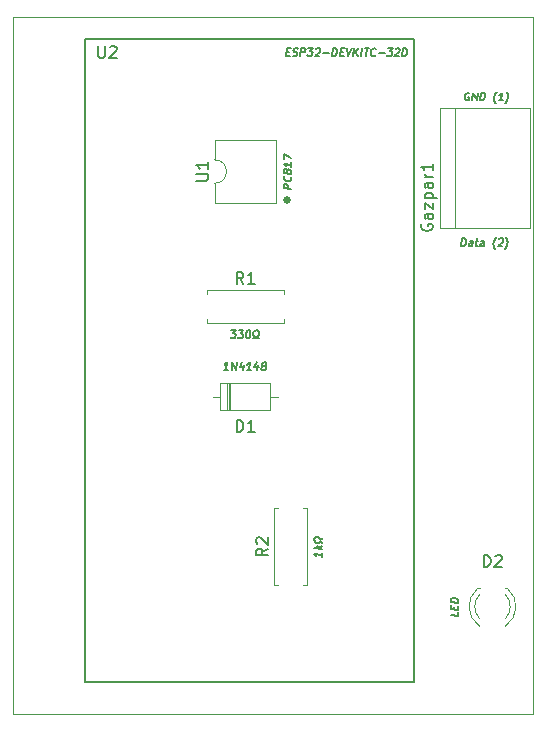
<source format=gbr>
%TF.GenerationSoftware,KiCad,Pcbnew,6.0.10+dfsg-1~bpo11+1*%
%TF.CreationDate,2023-02-14T21:12:36+00:00*%
%TF.ProjectId,Gazpar,47617a70-6172-42e6-9b69-6361645f7063,rev?*%
%TF.SameCoordinates,Original*%
%TF.FileFunction,Legend,Top*%
%TF.FilePolarity,Positive*%
%FSLAX45Y45*%
G04 Gerber Fmt 4.5, Leading zero omitted, Abs format (unit mm)*
G04 Created by KiCad (PCBNEW 6.0.10+dfsg-1~bpo11+1) date 2023-02-14 21:12:36*
%MOMM*%
%LPD*%
G01*
G04 APERTURE LIST*
%TA.AperFunction,Profile*%
%ADD10C,0.050000*%
%TD*%
%ADD11C,0.150000*%
%ADD12C,0.500000*%
%ADD13C,0.120000*%
%ADD14C,0.127000*%
%ADD15R,1.800000X1.800000*%
%ADD16C,1.800000*%
%ADD17R,1.600000X1.600000*%
%ADD18O,1.600000X1.600000*%
%ADD19R,1.560000X1.560000*%
%ADD20C,1.560000*%
%ADD21C,1.600000*%
%ADD22R,3.000000X3.000000*%
%ADD23C,3.000000*%
%ADD24C,2.900000*%
G04 APERTURE END LIST*
D10*
X15000000Y-4100000D02*
X15000000Y-10000000D01*
X15000000Y-4100000D02*
X19400000Y-4100000D01*
X19400000Y-4100000D02*
X19400000Y-10000000D01*
X15000000Y-10000000D02*
X19400000Y-10000000D01*
D11*
X18793894Y-6036405D02*
X18802019Y-5971405D01*
X18817495Y-5971405D01*
X18826394Y-5974500D01*
X18831811Y-5980690D01*
X18834132Y-5986881D01*
X18835680Y-5999262D01*
X18834519Y-6008548D01*
X18829876Y-6020928D01*
X18826007Y-6027119D01*
X18819043Y-6033309D01*
X18809370Y-6036405D01*
X18793894Y-6036405D01*
X18886751Y-6036405D02*
X18891007Y-6002357D01*
X18888686Y-5996167D01*
X18882882Y-5993071D01*
X18870501Y-5993071D01*
X18863924Y-5996167D01*
X18887138Y-6033309D02*
X18880561Y-6036405D01*
X18865084Y-6036405D01*
X18859281Y-6033309D01*
X18856959Y-6027119D01*
X18857733Y-6020928D01*
X18861602Y-6014738D01*
X18868180Y-6011643D01*
X18883656Y-6011643D01*
X18890233Y-6008548D01*
X18913834Y-5993071D02*
X18938596Y-5993071D01*
X18925828Y-5971405D02*
X18918864Y-6027119D01*
X18921186Y-6033309D01*
X18926989Y-6036405D01*
X18933180Y-6036405D01*
X18982703Y-6036405D02*
X18986959Y-6002357D01*
X18984638Y-5996167D01*
X18978834Y-5993071D01*
X18966453Y-5993071D01*
X18959876Y-5996167D01*
X18983090Y-6033309D02*
X18976513Y-6036405D01*
X18961037Y-6036405D01*
X18955233Y-6033309D01*
X18952912Y-6027119D01*
X18953686Y-6020928D01*
X18957555Y-6014738D01*
X18964132Y-6011643D01*
X18979608Y-6011643D01*
X18986186Y-6008548D01*
X19078656Y-6061167D02*
X19075947Y-6058071D01*
X19070918Y-6048786D01*
X19068596Y-6042595D01*
X19066662Y-6033309D01*
X19065501Y-6017833D01*
X19067049Y-6005452D01*
X19072078Y-5989976D01*
X19076334Y-5980690D01*
X19080203Y-5974500D01*
X19087555Y-5965214D01*
X19091037Y-5962119D01*
X19110769Y-5977595D02*
X19114251Y-5974500D01*
X19120828Y-5971405D01*
X19136305Y-5971405D01*
X19142108Y-5974500D01*
X19144817Y-5977595D01*
X19147138Y-5983786D01*
X19146364Y-5989976D01*
X19142108Y-5999262D01*
X19100322Y-6036405D01*
X19140561Y-6036405D01*
X19159132Y-6061167D02*
X19162614Y-6058071D01*
X19169965Y-6048786D01*
X19173834Y-6042595D01*
X19178090Y-6033309D01*
X19183120Y-6017833D01*
X19184668Y-6005452D01*
X19183507Y-5989976D01*
X19181572Y-5980690D01*
X19179251Y-5974500D01*
X19174221Y-5965214D01*
X19171513Y-5962119D01*
D12*
X17315500Y-5633928D02*
X17305976Y-5643452D01*
X17315500Y-5652976D01*
X17325024Y-5643452D01*
X17315500Y-5633928D01*
X17315500Y-5652976D01*
D11*
X18862013Y-4740500D02*
X18856209Y-4737405D01*
X18846924Y-4737405D01*
X18837251Y-4740500D01*
X18830287Y-4746690D01*
X18826418Y-4752881D01*
X18821775Y-4765262D01*
X18820614Y-4774548D01*
X18822162Y-4786929D01*
X18824483Y-4793119D01*
X18829900Y-4799310D01*
X18838799Y-4802405D01*
X18844989Y-4802405D01*
X18854662Y-4799310D01*
X18858144Y-4796214D01*
X18860852Y-4774548D01*
X18848471Y-4774548D01*
X18885227Y-4802405D02*
X18893352Y-4737405D01*
X18922370Y-4802405D01*
X18930495Y-4737405D01*
X18953322Y-4802405D02*
X18961447Y-4737405D01*
X18976924Y-4737405D01*
X18985822Y-4740500D01*
X18991239Y-4746690D01*
X18993561Y-4752881D01*
X18995108Y-4765262D01*
X18993947Y-4774548D01*
X18989305Y-4786929D01*
X18985436Y-4793119D01*
X18978471Y-4799310D01*
X18968799Y-4802405D01*
X18953322Y-4802405D01*
X19083322Y-4827167D02*
X19080614Y-4824071D01*
X19075584Y-4814786D01*
X19073263Y-4808595D01*
X19071328Y-4799310D01*
X19070168Y-4783833D01*
X19071715Y-4771452D01*
X19076745Y-4755976D01*
X19081001Y-4746690D01*
X19084870Y-4740500D01*
X19092221Y-4731214D01*
X19095703Y-4728119D01*
X19145227Y-4802405D02*
X19108084Y-4802405D01*
X19126656Y-4802405D02*
X19134781Y-4737405D01*
X19127430Y-4746690D01*
X19120465Y-4752881D01*
X19113888Y-4755976D01*
X19163799Y-4827167D02*
X19167281Y-4824071D01*
X19174632Y-4814786D01*
X19178501Y-4808595D01*
X19182757Y-4799310D01*
X19187787Y-4783833D01*
X19189334Y-4771452D01*
X19188174Y-4755976D01*
X19186239Y-4746690D01*
X19183918Y-4740500D01*
X19178888Y-4731214D01*
X19176180Y-4728119D01*
X18983190Y-8752738D02*
X18983190Y-8652738D01*
X19007000Y-8652738D01*
X19021286Y-8657500D01*
X19030810Y-8667024D01*
X19035571Y-8676548D01*
X19040333Y-8695595D01*
X19040333Y-8709881D01*
X19035571Y-8728929D01*
X19030810Y-8738452D01*
X19021286Y-8747976D01*
X19007000Y-8752738D01*
X18983190Y-8752738D01*
X19078429Y-8662262D02*
X19083190Y-8657500D01*
X19092714Y-8652738D01*
X19116524Y-8652738D01*
X19126048Y-8657500D01*
X19130810Y-8662262D01*
X19135571Y-8671786D01*
X19135571Y-8681310D01*
X19130810Y-8695595D01*
X19073667Y-8752738D01*
X19135571Y-8752738D01*
X18768905Y-9136439D02*
X18768905Y-9167392D01*
X18703905Y-9159267D01*
X18734857Y-9110517D02*
X18734857Y-9088850D01*
X18768905Y-9083820D02*
X18768905Y-9114773D01*
X18703905Y-9106648D01*
X18703905Y-9075695D01*
X18768905Y-9055963D02*
X18703905Y-9047838D01*
X18703905Y-9032362D01*
X18707000Y-9023463D01*
X18713190Y-9018047D01*
X18719381Y-9015725D01*
X18731762Y-9014178D01*
X18741048Y-9015338D01*
X18753429Y-9019981D01*
X18759619Y-9023850D01*
X18765810Y-9030814D01*
X18768905Y-9040487D01*
X18768905Y-9055963D01*
X16891440Y-7609238D02*
X16891440Y-7509238D01*
X16915250Y-7509238D01*
X16929536Y-7514000D01*
X16939060Y-7523524D01*
X16943821Y-7533048D01*
X16948583Y-7552095D01*
X16948583Y-7566381D01*
X16943821Y-7585428D01*
X16939060Y-7594952D01*
X16929536Y-7604476D01*
X16915250Y-7609238D01*
X16891440Y-7609238D01*
X17043821Y-7609238D02*
X16986679Y-7609238D01*
X17015250Y-7609238D02*
X17015250Y-7509238D01*
X17005726Y-7523524D01*
X16996202Y-7533048D01*
X16986679Y-7537809D01*
X16819811Y-7085405D02*
X16782668Y-7085405D01*
X16801239Y-7085405D02*
X16809364Y-7020405D01*
X16802013Y-7029690D01*
X16795049Y-7035881D01*
X16788471Y-7038976D01*
X16847668Y-7085405D02*
X16855793Y-7020405D01*
X16884811Y-7085405D01*
X16892936Y-7020405D01*
X16949037Y-7042071D02*
X16943620Y-7085405D01*
X16936656Y-7017309D02*
X16915376Y-7063738D01*
X16955614Y-7063738D01*
X17011715Y-7085405D02*
X16974572Y-7085405D01*
X16993144Y-7085405D02*
X17001269Y-7020405D01*
X16993918Y-7029690D01*
X16986953Y-7035881D01*
X16980376Y-7038976D01*
X17072846Y-7042071D02*
X17067430Y-7085405D01*
X17060465Y-7017309D02*
X17039186Y-7063738D01*
X17079424Y-7063738D01*
X17115406Y-7048262D02*
X17109602Y-7045167D01*
X17106894Y-7042071D01*
X17104572Y-7035881D01*
X17104959Y-7032786D01*
X17108828Y-7026595D01*
X17112311Y-7023500D01*
X17118888Y-7020405D01*
X17131269Y-7020405D01*
X17137072Y-7023500D01*
X17139781Y-7026595D01*
X17142102Y-7032786D01*
X17141715Y-7035881D01*
X17137846Y-7042071D01*
X17134364Y-7045167D01*
X17127787Y-7048262D01*
X17115406Y-7048262D01*
X17108828Y-7051357D01*
X17105346Y-7054452D01*
X17101477Y-7060643D01*
X17099930Y-7073024D01*
X17102251Y-7079214D01*
X17104959Y-7082309D01*
X17110763Y-7085405D01*
X17123144Y-7085405D01*
X17129721Y-7082309D01*
X17133203Y-7079214D01*
X17137072Y-7073024D01*
X17138620Y-7060643D01*
X17136299Y-7054452D01*
X17133590Y-7051357D01*
X17127787Y-7048262D01*
X15717280Y-4341717D02*
X15717280Y-4422701D01*
X15722044Y-4432228D01*
X15726808Y-4436992D01*
X15736335Y-4441756D01*
X15755390Y-4441756D01*
X15764917Y-4436992D01*
X15769681Y-4432228D01*
X15774445Y-4422701D01*
X15774445Y-4341717D01*
X15817319Y-4351244D02*
X15822082Y-4346481D01*
X15831610Y-4341717D01*
X15855429Y-4341717D01*
X15864956Y-4346481D01*
X15869720Y-4351244D01*
X15874484Y-4360772D01*
X15874484Y-4370299D01*
X15869720Y-4384591D01*
X15812555Y-4441756D01*
X15874484Y-4441756D01*
X17314436Y-4391857D02*
X17336102Y-4391857D01*
X17341132Y-4425905D02*
X17310180Y-4425905D01*
X17318305Y-4360905D01*
X17349257Y-4360905D01*
X17366281Y-4422810D02*
X17375180Y-4425905D01*
X17390656Y-4425905D01*
X17397233Y-4422810D01*
X17400715Y-4419714D01*
X17404584Y-4413524D01*
X17405358Y-4407333D01*
X17403037Y-4401143D01*
X17400328Y-4398048D01*
X17394525Y-4394952D01*
X17382531Y-4391857D01*
X17376727Y-4388762D01*
X17374019Y-4385667D01*
X17371697Y-4379476D01*
X17372471Y-4373286D01*
X17376340Y-4367095D01*
X17379822Y-4364000D01*
X17386400Y-4360905D01*
X17401876Y-4360905D01*
X17410775Y-4364000D01*
X17430894Y-4425905D02*
X17439019Y-4360905D01*
X17463781Y-4360905D01*
X17469584Y-4364000D01*
X17472293Y-4367095D01*
X17474614Y-4373286D01*
X17473453Y-4382571D01*
X17469584Y-4388762D01*
X17466102Y-4391857D01*
X17459525Y-4394952D01*
X17434763Y-4394952D01*
X17497828Y-4360905D02*
X17538067Y-4360905D01*
X17513305Y-4385667D01*
X17522590Y-4385667D01*
X17528394Y-4388762D01*
X17531102Y-4391857D01*
X17533424Y-4398048D01*
X17531489Y-4413524D01*
X17527620Y-4419714D01*
X17524138Y-4422810D01*
X17517561Y-4425905D01*
X17498989Y-4425905D01*
X17493186Y-4422810D01*
X17490477Y-4419714D01*
X17562055Y-4367095D02*
X17565537Y-4364000D01*
X17572114Y-4360905D01*
X17587590Y-4360905D01*
X17593394Y-4364000D01*
X17596102Y-4367095D01*
X17598424Y-4373286D01*
X17597650Y-4379476D01*
X17593394Y-4388762D01*
X17551608Y-4425905D01*
X17591846Y-4425905D01*
X17622799Y-4401143D02*
X17672322Y-4401143D01*
X17700180Y-4425905D02*
X17708305Y-4360905D01*
X17723781Y-4360905D01*
X17732680Y-4364000D01*
X17738096Y-4370190D01*
X17740418Y-4376381D01*
X17741965Y-4388762D01*
X17740805Y-4398048D01*
X17736162Y-4410429D01*
X17732293Y-4416619D01*
X17725328Y-4422810D01*
X17715656Y-4425905D01*
X17700180Y-4425905D01*
X17769436Y-4391857D02*
X17791102Y-4391857D01*
X17796132Y-4425905D02*
X17765180Y-4425905D01*
X17773305Y-4360905D01*
X17804257Y-4360905D01*
X17822828Y-4360905D02*
X17836370Y-4425905D01*
X17866162Y-4360905D01*
X17879703Y-4425905D02*
X17887828Y-4360905D01*
X17916846Y-4425905D02*
X17893632Y-4388762D01*
X17924971Y-4360905D02*
X17883186Y-4398048D01*
X17944703Y-4425905D02*
X17952828Y-4360905D01*
X17974495Y-4360905D02*
X18011638Y-4360905D01*
X17984942Y-4425905D02*
X17993067Y-4360905D01*
X18063096Y-4419714D02*
X18059614Y-4422810D01*
X18049942Y-4425905D01*
X18043751Y-4425905D01*
X18034852Y-4422810D01*
X18029436Y-4416619D01*
X18027114Y-4410429D01*
X18025567Y-4398048D01*
X18026727Y-4388762D01*
X18031370Y-4376381D01*
X18035239Y-4370190D01*
X18042203Y-4364000D01*
X18051876Y-4360905D01*
X18058067Y-4360905D01*
X18066965Y-4364000D01*
X18069674Y-4367095D01*
X18093275Y-4401143D02*
X18142799Y-4401143D01*
X18172590Y-4360905D02*
X18212828Y-4360905D01*
X18188067Y-4385667D01*
X18197352Y-4385667D01*
X18203156Y-4388762D01*
X18205864Y-4391857D01*
X18208186Y-4398048D01*
X18206251Y-4413524D01*
X18202382Y-4419714D01*
X18198900Y-4422810D01*
X18192322Y-4425905D01*
X18173751Y-4425905D01*
X18167947Y-4422810D01*
X18165239Y-4419714D01*
X18236817Y-4367095D02*
X18240299Y-4364000D01*
X18246876Y-4360905D01*
X18262352Y-4360905D01*
X18268156Y-4364000D01*
X18270864Y-4367095D01*
X18273186Y-4373286D01*
X18272412Y-4379476D01*
X18268156Y-4388762D01*
X18226370Y-4425905D01*
X18266608Y-4425905D01*
X18294465Y-4425905D02*
X18302590Y-4360905D01*
X18318067Y-4360905D01*
X18326965Y-4364000D01*
X18332382Y-4370190D01*
X18334703Y-4376381D01*
X18336251Y-4388762D01*
X18335090Y-4398048D01*
X18330447Y-4410429D01*
X18326578Y-4416619D01*
X18319614Y-4422810D01*
X18309942Y-4425905D01*
X18294465Y-4425905D01*
X16948583Y-6356238D02*
X16915250Y-6308619D01*
X16891440Y-6356238D02*
X16891440Y-6256238D01*
X16929536Y-6256238D01*
X16939060Y-6261000D01*
X16943821Y-6265762D01*
X16948583Y-6275286D01*
X16948583Y-6289571D01*
X16943821Y-6299095D01*
X16939060Y-6303857D01*
X16929536Y-6308619D01*
X16891440Y-6308619D01*
X17043821Y-6356238D02*
X16986679Y-6356238D01*
X17015250Y-6356238D02*
X17015250Y-6256238D01*
X17005726Y-6270524D01*
X16996202Y-6280048D01*
X16986679Y-6284809D01*
X16846507Y-6749405D02*
X16886745Y-6749405D01*
X16861983Y-6774167D01*
X16871269Y-6774167D01*
X16877072Y-6777262D01*
X16879781Y-6780357D01*
X16882102Y-6786548D01*
X16880168Y-6802024D01*
X16876299Y-6808214D01*
X16872817Y-6811309D01*
X16866239Y-6814405D01*
X16847668Y-6814405D01*
X16841864Y-6811309D01*
X16839156Y-6808214D01*
X16908412Y-6749405D02*
X16948650Y-6749405D01*
X16923888Y-6774167D01*
X16933174Y-6774167D01*
X16938977Y-6777262D01*
X16941686Y-6780357D01*
X16944007Y-6786548D01*
X16942072Y-6802024D01*
X16938203Y-6808214D01*
X16934721Y-6811309D01*
X16928144Y-6814405D01*
X16909572Y-6814405D01*
X16903769Y-6811309D01*
X16901061Y-6808214D01*
X16988888Y-6749405D02*
X16995078Y-6749405D01*
X17000882Y-6752500D01*
X17003590Y-6755595D01*
X17005912Y-6761786D01*
X17007459Y-6774167D01*
X17005525Y-6789643D01*
X17000882Y-6802024D01*
X16997013Y-6808214D01*
X16993531Y-6811309D01*
X16986953Y-6814405D01*
X16980763Y-6814405D01*
X16974959Y-6811309D01*
X16972251Y-6808214D01*
X16969930Y-6802024D01*
X16968382Y-6789643D01*
X16970317Y-6774167D01*
X16974959Y-6761786D01*
X16978828Y-6755595D01*
X16982311Y-6752500D01*
X16988888Y-6749405D01*
X17027192Y-6814405D02*
X17042668Y-6814405D01*
X17044215Y-6802024D01*
X17038412Y-6798928D01*
X17032995Y-6792738D01*
X17031061Y-6783452D01*
X17032995Y-6767976D01*
X17037251Y-6758690D01*
X17044215Y-6752500D01*
X17053888Y-6749405D01*
X17066269Y-6749405D01*
X17075168Y-6752500D01*
X17080584Y-6758690D01*
X17082519Y-6767976D01*
X17080584Y-6783452D01*
X17076328Y-6792738D01*
X17069364Y-6798928D01*
X17062787Y-6802024D01*
X17061239Y-6814405D01*
X17076715Y-6814405D01*
X16549988Y-5481190D02*
X16630940Y-5481190D01*
X16640464Y-5476429D01*
X16645226Y-5471667D01*
X16649988Y-5462143D01*
X16649988Y-5443095D01*
X16645226Y-5433571D01*
X16640464Y-5428810D01*
X16630940Y-5424048D01*
X16549988Y-5424048D01*
X16649988Y-5324048D02*
X16649988Y-5381190D01*
X16649988Y-5352619D02*
X16549988Y-5352619D01*
X16564274Y-5362143D01*
X16573798Y-5371667D01*
X16578559Y-5381190D01*
X17354155Y-5553535D02*
X17289155Y-5545410D01*
X17289155Y-5520648D01*
X17292250Y-5514844D01*
X17295345Y-5512136D01*
X17301536Y-5509814D01*
X17310821Y-5510975D01*
X17317012Y-5514844D01*
X17320107Y-5518326D01*
X17323202Y-5524904D01*
X17323202Y-5549666D01*
X17347964Y-5450618D02*
X17351060Y-5454100D01*
X17354155Y-5463773D01*
X17354155Y-5469963D01*
X17351060Y-5478862D01*
X17344869Y-5484279D01*
X17338679Y-5486600D01*
X17326298Y-5488148D01*
X17317012Y-5486987D01*
X17304631Y-5482344D01*
X17298440Y-5478475D01*
X17292250Y-5471511D01*
X17289155Y-5461838D01*
X17289155Y-5455648D01*
X17292250Y-5446749D01*
X17295345Y-5444041D01*
X17317012Y-5409606D02*
X17313917Y-5415410D01*
X17310821Y-5418118D01*
X17304631Y-5420439D01*
X17301536Y-5420053D01*
X17295345Y-5416183D01*
X17292250Y-5412701D01*
X17289155Y-5406124D01*
X17289155Y-5393743D01*
X17292250Y-5387939D01*
X17295345Y-5385231D01*
X17301536Y-5382910D01*
X17304631Y-5383297D01*
X17310821Y-5387166D01*
X17313917Y-5390648D01*
X17317012Y-5397225D01*
X17317012Y-5409606D01*
X17320107Y-5416183D01*
X17323202Y-5419666D01*
X17329393Y-5423535D01*
X17341774Y-5425082D01*
X17347964Y-5422761D01*
X17351060Y-5420053D01*
X17354155Y-5414249D01*
X17354155Y-5401868D01*
X17351060Y-5395291D01*
X17347964Y-5391808D01*
X17341774Y-5387939D01*
X17329393Y-5386392D01*
X17323202Y-5388713D01*
X17320107Y-5391422D01*
X17317012Y-5397225D01*
X17354155Y-5327582D02*
X17354155Y-5364725D01*
X17354155Y-5346154D02*
X17289155Y-5338029D01*
X17298440Y-5345380D01*
X17304631Y-5352344D01*
X17307726Y-5358922D01*
X17289155Y-5297791D02*
X17289155Y-5254457D01*
X17354155Y-5290439D01*
X18457000Y-5851571D02*
X18452238Y-5861095D01*
X18452238Y-5875381D01*
X18457000Y-5889667D01*
X18466524Y-5899190D01*
X18476048Y-5903952D01*
X18495095Y-5908714D01*
X18509381Y-5908714D01*
X18528429Y-5903952D01*
X18537952Y-5899190D01*
X18547476Y-5889667D01*
X18552238Y-5875381D01*
X18552238Y-5865857D01*
X18547476Y-5851571D01*
X18542714Y-5846809D01*
X18509381Y-5846809D01*
X18509381Y-5865857D01*
X18552238Y-5761095D02*
X18499857Y-5761095D01*
X18490333Y-5765857D01*
X18485571Y-5775381D01*
X18485571Y-5794428D01*
X18490333Y-5803952D01*
X18547476Y-5761095D02*
X18552238Y-5770619D01*
X18552238Y-5794428D01*
X18547476Y-5803952D01*
X18537952Y-5808714D01*
X18528429Y-5808714D01*
X18518905Y-5803952D01*
X18514143Y-5794428D01*
X18514143Y-5770619D01*
X18509381Y-5761095D01*
X18485571Y-5723000D02*
X18485571Y-5670619D01*
X18552238Y-5723000D01*
X18552238Y-5670619D01*
X18485571Y-5632524D02*
X18585571Y-5632524D01*
X18490333Y-5632524D02*
X18485571Y-5623000D01*
X18485571Y-5603952D01*
X18490333Y-5594428D01*
X18495095Y-5589667D01*
X18504619Y-5584905D01*
X18533190Y-5584905D01*
X18542714Y-5589667D01*
X18547476Y-5594428D01*
X18552238Y-5603952D01*
X18552238Y-5623000D01*
X18547476Y-5632524D01*
X18552238Y-5499190D02*
X18499857Y-5499190D01*
X18490333Y-5503952D01*
X18485571Y-5513476D01*
X18485571Y-5532524D01*
X18490333Y-5542048D01*
X18547476Y-5499190D02*
X18552238Y-5508714D01*
X18552238Y-5532524D01*
X18547476Y-5542048D01*
X18537952Y-5546810D01*
X18528429Y-5546810D01*
X18518905Y-5542048D01*
X18514143Y-5532524D01*
X18514143Y-5508714D01*
X18509381Y-5499190D01*
X18552238Y-5451571D02*
X18485571Y-5451571D01*
X18504619Y-5451571D02*
X18495095Y-5446810D01*
X18490333Y-5442048D01*
X18485571Y-5432524D01*
X18485571Y-5423000D01*
X18552238Y-5337286D02*
X18552238Y-5394429D01*
X18552238Y-5365857D02*
X18452238Y-5365857D01*
X18466524Y-5375381D01*
X18476048Y-5384905D01*
X18480810Y-5394429D01*
X17154488Y-8596667D02*
X17106869Y-8630000D01*
X17154488Y-8653810D02*
X17054488Y-8653810D01*
X17054488Y-8615714D01*
X17059250Y-8606190D01*
X17064012Y-8601429D01*
X17073536Y-8596667D01*
X17087821Y-8596667D01*
X17097345Y-8601429D01*
X17102107Y-8606190D01*
X17106869Y-8615714D01*
X17106869Y-8653810D01*
X17064012Y-8558571D02*
X17059250Y-8553810D01*
X17054488Y-8544286D01*
X17054488Y-8520476D01*
X17059250Y-8510952D01*
X17064012Y-8506190D01*
X17073536Y-8501429D01*
X17083060Y-8501429D01*
X17097345Y-8506190D01*
X17154488Y-8563333D01*
X17154488Y-8501429D01*
X17612655Y-8631035D02*
X17612655Y-8668178D01*
X17612655Y-8649606D02*
X17547655Y-8641481D01*
X17556940Y-8648832D01*
X17563131Y-8655797D01*
X17566226Y-8662374D01*
X17612655Y-8603178D02*
X17547655Y-8595053D01*
X17587893Y-8593892D02*
X17612655Y-8578416D01*
X17569321Y-8572999D02*
X17594083Y-8600856D01*
X17612655Y-8553654D02*
X17612655Y-8538178D01*
X17600274Y-8536630D01*
X17597179Y-8542433D01*
X17590988Y-8547850D01*
X17581702Y-8549785D01*
X17566226Y-8547850D01*
X17556940Y-8543594D01*
X17550750Y-8536630D01*
X17547655Y-8526957D01*
X17547655Y-8514576D01*
X17550750Y-8505678D01*
X17556940Y-8500261D01*
X17566226Y-8498326D01*
X17581702Y-8500261D01*
X17590988Y-8504517D01*
X17597179Y-8511481D01*
X17600274Y-8518058D01*
X17612655Y-8519606D01*
X17612655Y-8504130D01*
D13*
X19180600Y-8932000D02*
X19165000Y-8932000D01*
X18949000Y-8932000D02*
X18933400Y-8932000D01*
X19164861Y-9255234D02*
G75*
G03*
X19180552Y-8932000I-107861J167234D01*
G01*
X18933448Y-8932000D02*
G75*
G03*
X18949139Y-9255234I123552J-156000D01*
G01*
X19164984Y-9192113D02*
G75*
G03*
X19165000Y-8983904I-107984J104113D01*
G01*
X18949000Y-8983904D02*
G75*
G03*
X18949016Y-9192113I108000J-104096D01*
G01*
X17177250Y-7198000D02*
X16753250Y-7198000D01*
X16825250Y-7198000D02*
X16825250Y-7422000D01*
X17242250Y-7310000D02*
X17177250Y-7310000D01*
X16753250Y-7198000D02*
X16753250Y-7422000D01*
X16753250Y-7422000D02*
X17177250Y-7422000D01*
X17177250Y-7422000D02*
X17177250Y-7198000D01*
X16688250Y-7310000D02*
X16753250Y-7310000D01*
X16813250Y-7198000D02*
X16813250Y-7422000D01*
X16837250Y-7198000D02*
X16837250Y-7422000D01*
D14*
X15605000Y-4285000D02*
X18395000Y-4285000D01*
X15605000Y-9725000D02*
X15605000Y-4285000D01*
X18395000Y-9725000D02*
X15605000Y-9725000D01*
X18395000Y-4285000D02*
X18395000Y-9725000D01*
D13*
X16638250Y-6411000D02*
X17292250Y-6411000D01*
X16638250Y-6444000D02*
X16638250Y-6411000D01*
X16638250Y-6685000D02*
X17292250Y-6685000D01*
X17292250Y-6685000D02*
X17292250Y-6652000D01*
X16638250Y-6652000D02*
X16638250Y-6685000D01*
X17292250Y-6411000D02*
X17292250Y-6444000D01*
X17224750Y-5140000D02*
X16704750Y-5140000D01*
X16704750Y-5670000D02*
X17224750Y-5670000D01*
X16704750Y-5140000D02*
X16704750Y-5305000D01*
X16704750Y-5505000D02*
X16704750Y-5670000D01*
X17224750Y-5670000D02*
X17224750Y-5140000D01*
X16704750Y-5505000D02*
G75*
G03*
X16704750Y-5305000I0J100000D01*
G01*
X19374500Y-5880000D02*
X19374500Y-4864000D01*
X19374500Y-4864000D02*
X18612500Y-4864000D01*
X18739500Y-5880000D02*
X18739500Y-4864000D01*
X18612500Y-4864000D02*
X18612500Y-5880000D01*
X18612500Y-5880000D02*
X19374500Y-5880000D01*
X17209250Y-8253000D02*
X17242250Y-8253000D01*
X17483250Y-8253000D02*
X17450250Y-8253000D01*
X17242250Y-8907000D02*
X17209250Y-8907000D01*
X17483250Y-8907000D02*
X17483250Y-8253000D01*
X17209250Y-8907000D02*
X17209250Y-8253000D01*
X17450250Y-8907000D02*
X17483250Y-8907000D01*
%LPC*%
D15*
X19057000Y-8961000D03*
D16*
X19057000Y-9215000D03*
D17*
X16584250Y-7310000D03*
D18*
X17346250Y-7310000D03*
D19*
X15730000Y-5024000D03*
D20*
X15730000Y-5278000D03*
X15730000Y-5532000D03*
X15730000Y-5786000D03*
X15730000Y-6040000D03*
X15730000Y-6294000D03*
X15730000Y-6548000D03*
X15730000Y-6802000D03*
X15730000Y-7056000D03*
X15730000Y-7310000D03*
X15730000Y-7564000D03*
X15730000Y-7818000D03*
X15730000Y-8072000D03*
X15730000Y-8326000D03*
X15730000Y-8580000D03*
X15730000Y-8834000D03*
X15730000Y-9088000D03*
X15730000Y-9342000D03*
X15730000Y-9596000D03*
X18270000Y-5024000D03*
X18270000Y-5278000D03*
X18270000Y-5532000D03*
X18270000Y-5786000D03*
X18270000Y-6040000D03*
X18270000Y-6294000D03*
X18270000Y-6548000D03*
X18270000Y-6802000D03*
X18270000Y-7056000D03*
X18270000Y-7310000D03*
X18270000Y-7564000D03*
X18270000Y-7818000D03*
X18270000Y-8072000D03*
X18270000Y-8326000D03*
X18270000Y-8580000D03*
X18270000Y-8834000D03*
X18270000Y-9088000D03*
X18270000Y-9342000D03*
X18270000Y-9596000D03*
D21*
X16584250Y-6548000D03*
D18*
X17346250Y-6548000D03*
D17*
X16837750Y-5786000D03*
D18*
X17091750Y-5786000D03*
X17091750Y-5024000D03*
X16837750Y-5024000D03*
D22*
X18993500Y-5118000D03*
D23*
X18993500Y-5626000D03*
D21*
X17346250Y-8961000D03*
D18*
X17346250Y-8199000D03*
D24*
X19100000Y-9700000D03*
X19100000Y-4400000D03*
X15300000Y-4400000D03*
X15300000Y-9700000D03*
M02*

</source>
